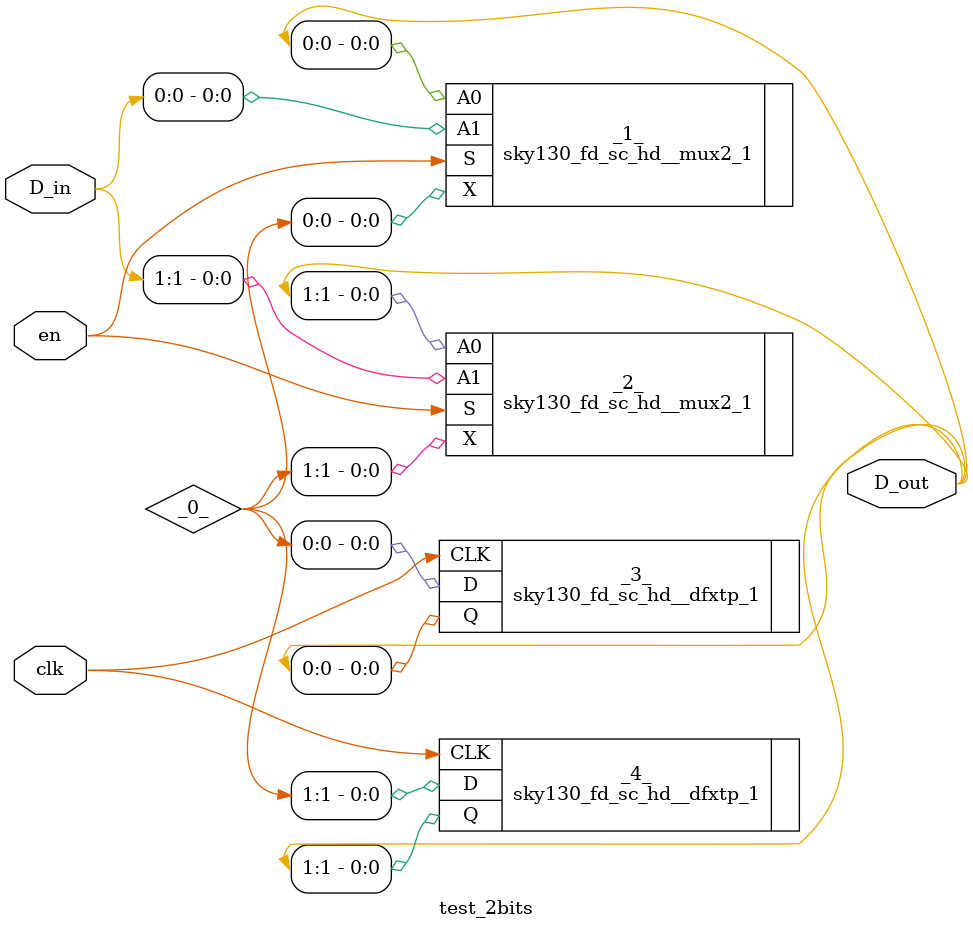
<source format=v>
/* Generated by Yosys 0.9 (git sha1 1979e0b) */

module test_2bits(D_in, clk, en, D_out);
  wire [1:0] _0_;
  input [1:0] D_in;
  output [1:0] D_out;
  input clk;
  input en;
  sky130_fd_sc_hd__mux2_1 _1_ (
    .A0(D_out[0]),
    .A1(D_in[0]),
    .S(en),
    .X(_0_[0])
  );
  sky130_fd_sc_hd__mux2_1 _2_ (
    .A0(D_out[1]),
    .A1(D_in[1]),
    .S(en),
    .X(_0_[1])
  );
  sky130_fd_sc_hd__dfxtp_1 _3_ (
    .CLK(clk),
    .D(_0_[0]),
    .Q(D_out[0])
  );
  sky130_fd_sc_hd__dfxtp_1 _4_ (
    .CLK(clk),
    .D(_0_[1]),
    .Q(D_out[1])
  );
endmodule

</source>
